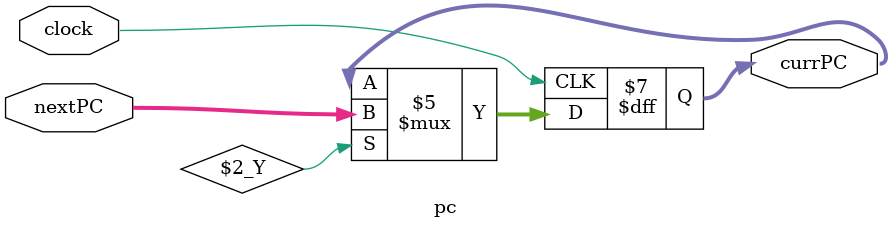
<source format=v>

module pc(input clock, input [31:0] nextPC, output reg [31:0] currPC);
initial begin
    currPC = 32'h00400020;
end

always @(posedge clock) begin
    if($time != 0)
    begin
  //  	$display("i am about the change to the next PC %31b", )
      currPC = nextPC;
    end
end

endmodule
</source>
